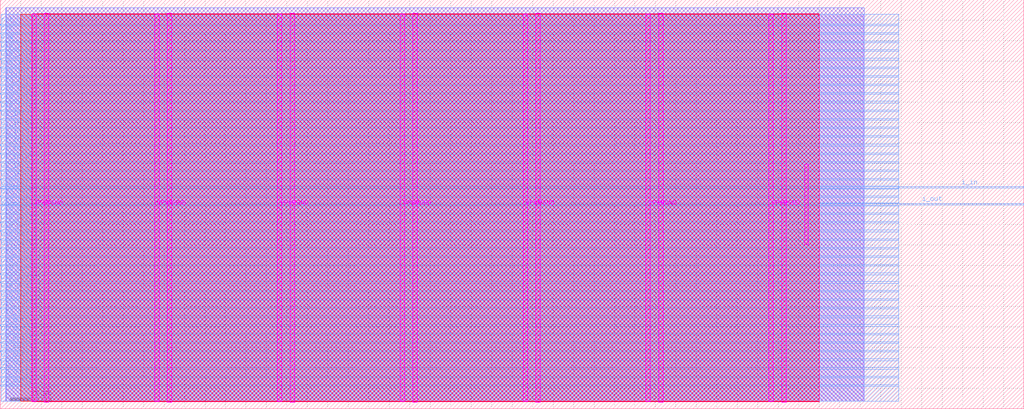
<source format=lef>
VERSION 5.7 ;
  NOWIREEXTENSIONATPIN ON ;
  DIVIDERCHAR "/" ;
  BUSBITCHARS "[]" ;
MACRO heichips25_pudding
  CLASS BLOCK ;
  FOREIGN heichips25_pudding ;
  ORIGIN 0.000 0.000 ;
  SIZE 500.000 BY 200.000 ;
  PIN VGND
    DIRECTION INOUT ;
    USE GROUND ;
    PORT
      LAYER TopMetal1 ;
        RECT 21.580 3.150 23.780 193.410 ;
    END
    PORT
      LAYER TopMetal1 ;
        RECT 81.580 3.150 83.780 193.410 ;
    END
    PORT
      LAYER TopMetal1 ;
        RECT 141.580 3.150 143.780 193.410 ;
    END
    PORT
      LAYER TopMetal1 ;
        RECT 201.580 3.150 203.780 193.410 ;
    END
    PORT
      LAYER TopMetal1 ;
        RECT 261.580 3.150 263.780 193.410 ;
    END
    PORT
      LAYER TopMetal1 ;
        RECT 321.580 3.150 323.780 193.410 ;
    END
    PORT
      LAYER TopMetal1 ;
        RECT 381.580 3.150 383.780 193.410 ;
    END
  END VGND
  PIN VPWR
    DIRECTION INOUT ;
    USE POWER ;
    PORT
      LAYER TopMetal1 ;
        RECT 15.380 3.560 17.580 193.000 ;
    END
    PORT
      LAYER TopMetal1 ;
        RECT 75.380 3.560 77.580 193.000 ;
    END
    PORT
      LAYER TopMetal1 ;
        RECT 135.380 3.560 137.580 193.000 ;
    END
    PORT
      LAYER TopMetal1 ;
        RECT 195.380 3.560 197.580 193.000 ;
    END
    PORT
      LAYER TopMetal1 ;
        RECT 255.380 3.560 257.580 193.000 ;
    END
    PORT
      LAYER TopMetal1 ;
        RECT 315.380 3.560 317.580 193.000 ;
    END
    PORT
      LAYER TopMetal1 ;
        RECT 375.380 3.560 377.580 193.000 ;
    END
  END VPWR
  PIN clk
    DIRECTION INPUT ;
    USE SIGNAL ;
    ANTENNAGATEAREA 1.450800 ;
    PORT
      LAYER Metal3 ;
        RECT 0.000 183.340 0.400 183.740 ;
    END
  END clk
  PIN ena
    DIRECTION INPUT ;
    USE SIGNAL ;
    PORT
      LAYER Metal3 ;
        RECT 0.000 179.140 0.400 179.540 ;
    END
  END ena
  PIN i_in
    DIRECTION INOUT ;
    USE SIGNAL ;
    ANTENNAGATEAREA 12081.646484 ;
    ANTENNADIFFAREA 13884.434570 ;
    PORT
      LAYER Metal3 ;
        RECT 438.885 107.930 500.000 108.630 ;
    END
  END i_in
  PIN i_out
    DIRECTION INOUT ;
    USE SIGNAL ;
    ANTENNAGATEAREA 12081.646484 ;
    ANTENNADIFFAREA 13884.434570 ;
    PORT
      LAYER Metal3 ;
        RECT 400.000 99.745 500.000 100.445 ;
    END
  END i_out
  PIN rst_n
    DIRECTION INPUT ;
    USE SIGNAL ;
    ANTENNAGATEAREA 0.180700 ;
    PORT
      LAYER Metal3 ;
        RECT 0.000 187.540 0.400 187.940 ;
    END
  END rst_n
  PIN ui_in[0]
    DIRECTION INPUT ;
    USE SIGNAL ;
    ANTENNAGATEAREA 0.180700 ;
    PORT
      LAYER Metal3 ;
        RECT 0.000 111.940 0.400 112.340 ;
    END
  END ui_in[0]
  PIN ui_in[1]
    DIRECTION INPUT ;
    USE SIGNAL ;
    ANTENNAGATEAREA 0.180700 ;
    PORT
      LAYER Metal3 ;
        RECT 0.000 116.140 0.400 116.540 ;
    END
  END ui_in[1]
  PIN ui_in[2]
    DIRECTION INPUT ;
    USE SIGNAL ;
    ANTENNAGATEAREA 0.180700 ;
    PORT
      LAYER Metal3 ;
        RECT 0.000 120.340 0.400 120.740 ;
    END
  END ui_in[2]
  PIN ui_in[3]
    DIRECTION INPUT ;
    USE SIGNAL ;
    ANTENNAGATEAREA 0.180700 ;
    PORT
      LAYER Metal3 ;
        RECT 0.000 124.540 0.400 124.940 ;
    END
  END ui_in[3]
  PIN ui_in[4]
    DIRECTION INPUT ;
    USE SIGNAL ;
    ANTENNAGATEAREA 0.180700 ;
    PORT
      LAYER Metal3 ;
        RECT 0.000 128.740 0.400 129.140 ;
    END
  END ui_in[4]
  PIN ui_in[5]
    DIRECTION INPUT ;
    USE SIGNAL ;
    PORT
      LAYER Metal3 ;
        RECT 0.000 132.940 0.400 133.340 ;
    END
  END ui_in[5]
  PIN ui_in[6]
    DIRECTION INPUT ;
    USE SIGNAL ;
    PORT
      LAYER Metal3 ;
        RECT 0.000 137.140 0.400 137.540 ;
    END
  END ui_in[6]
  PIN ui_in[7]
    DIRECTION INPUT ;
    USE SIGNAL ;
    PORT
      LAYER Metal3 ;
        RECT 0.000 141.340 0.400 141.740 ;
    END
  END ui_in[7]
  PIN uio_in[0]
    DIRECTION INPUT ;
    USE SIGNAL ;
    PORT
      LAYER Metal3 ;
        RECT 0.000 145.540 0.400 145.940 ;
    END
  END uio_in[0]
  PIN uio_in[1]
    DIRECTION INPUT ;
    USE SIGNAL ;
    PORT
      LAYER Metal3 ;
        RECT 0.000 149.740 0.400 150.140 ;
    END
  END uio_in[1]
  PIN uio_in[2]
    DIRECTION INPUT ;
    USE SIGNAL ;
    PORT
      LAYER Metal3 ;
        RECT 0.000 153.940 0.400 154.340 ;
    END
  END uio_in[2]
  PIN uio_in[3]
    DIRECTION INPUT ;
    USE SIGNAL ;
    PORT
      LAYER Metal3 ;
        RECT 0.000 158.140 0.400 158.540 ;
    END
  END uio_in[3]
  PIN uio_in[4]
    DIRECTION INPUT ;
    USE SIGNAL ;
    PORT
      LAYER Metal3 ;
        RECT 0.000 162.340 0.400 162.740 ;
    END
  END uio_in[4]
  PIN uio_in[5]
    DIRECTION INPUT ;
    USE SIGNAL ;
    PORT
      LAYER Metal3 ;
        RECT 0.000 166.540 0.400 166.940 ;
    END
  END uio_in[5]
  PIN uio_in[6]
    DIRECTION INPUT ;
    USE SIGNAL ;
    PORT
      LAYER Metal3 ;
        RECT 0.000 170.740 0.400 171.140 ;
    END
  END uio_in[6]
  PIN uio_in[7]
    DIRECTION INPUT ;
    USE SIGNAL ;
    PORT
      LAYER Metal3 ;
        RECT 0.000 174.940 0.400 175.340 ;
    END
  END uio_in[7]
  PIN uio_oe[0]
    DIRECTION OUTPUT ;
    USE SIGNAL ;
    ANTENNADIFFAREA 0.392700 ;
    PORT
      LAYER Metal3 ;
        RECT 0.000 78.340 0.400 78.740 ;
    END
  END uio_oe[0]
  PIN uio_oe[1]
    DIRECTION OUTPUT ;
    USE SIGNAL ;
    ANTENNADIFFAREA 0.392700 ;
    PORT
      LAYER Metal3 ;
        RECT 0.000 82.540 0.400 82.940 ;
    END
  END uio_oe[1]
  PIN uio_oe[2]
    DIRECTION OUTPUT ;
    USE SIGNAL ;
    ANTENNADIFFAREA 0.392700 ;
    PORT
      LAYER Metal3 ;
        RECT 0.000 86.740 0.400 87.140 ;
    END
  END uio_oe[2]
  PIN uio_oe[3]
    DIRECTION OUTPUT ;
    USE SIGNAL ;
    ANTENNADIFFAREA 0.392700 ;
    PORT
      LAYER Metal3 ;
        RECT 0.000 90.940 0.400 91.340 ;
    END
  END uio_oe[3]
  PIN uio_oe[4]
    DIRECTION OUTPUT ;
    USE SIGNAL ;
    ANTENNADIFFAREA 0.392700 ;
    PORT
      LAYER Metal3 ;
        RECT 0.000 95.140 0.400 95.540 ;
    END
  END uio_oe[4]
  PIN uio_oe[5]
    DIRECTION OUTPUT ;
    USE SIGNAL ;
    ANTENNADIFFAREA 0.392700 ;
    PORT
      LAYER Metal3 ;
        RECT 0.000 99.340 0.400 99.740 ;
    END
  END uio_oe[5]
  PIN uio_oe[6]
    DIRECTION OUTPUT ;
    USE SIGNAL ;
    ANTENNADIFFAREA 0.392700 ;
    PORT
      LAYER Metal3 ;
        RECT 0.000 103.540 0.400 103.940 ;
    END
  END uio_oe[6]
  PIN uio_oe[7]
    DIRECTION OUTPUT ;
    USE SIGNAL ;
    ANTENNADIFFAREA 0.392700 ;
    PORT
      LAYER Metal3 ;
        RECT 0.000 107.740 0.400 108.140 ;
    END
  END uio_oe[7]
  PIN uio_out[0]
    DIRECTION OUTPUT ;
    USE SIGNAL ;
    ANTENNADIFFAREA 0.708600 ;
    PORT
      LAYER Metal3 ;
        RECT 0.000 44.740 0.400 45.140 ;
    END
  END uio_out[0]
  PIN uio_out[1]
    DIRECTION OUTPUT ;
    USE SIGNAL ;
    ANTENNADIFFAREA 0.708600 ;
    PORT
      LAYER Metal3 ;
        RECT 0.000 48.940 0.400 49.340 ;
    END
  END uio_out[1]
  PIN uio_out[2]
    DIRECTION OUTPUT ;
    USE SIGNAL ;
    ANTENNADIFFAREA 0.708600 ;
    PORT
      LAYER Metal3 ;
        RECT 0.000 53.140 0.400 53.540 ;
    END
  END uio_out[2]
  PIN uio_out[3]
    DIRECTION OUTPUT ;
    USE SIGNAL ;
    ANTENNADIFFAREA 0.708600 ;
    PORT
      LAYER Metal3 ;
        RECT 0.000 57.340 0.400 57.740 ;
    END
  END uio_out[3]
  PIN uio_out[4]
    DIRECTION OUTPUT ;
    USE SIGNAL ;
    ANTENNADIFFAREA 0.708600 ;
    PORT
      LAYER Metal3 ;
        RECT 0.000 61.540 0.400 61.940 ;
    END
  END uio_out[4]
  PIN uio_out[5]
    DIRECTION OUTPUT ;
    USE SIGNAL ;
    ANTENNADIFFAREA 0.708600 ;
    PORT
      LAYER Metal3 ;
        RECT 0.000 65.740 0.400 66.140 ;
    END
  END uio_out[5]
  PIN uio_out[6]
    DIRECTION OUTPUT ;
    USE SIGNAL ;
    ANTENNADIFFAREA 0.708600 ;
    PORT
      LAYER Metal3 ;
        RECT 0.000 69.940 0.400 70.340 ;
    END
  END uio_out[6]
  PIN uio_out[7]
    DIRECTION OUTPUT ;
    USE SIGNAL ;
    ANTENNADIFFAREA 0.708600 ;
    PORT
      LAYER Metal3 ;
        RECT 0.000 74.140 0.400 74.540 ;
    END
  END uio_out[7]
  PIN uo_out[0]
    DIRECTION OUTPUT ;
    USE SIGNAL ;
    ANTENNADIFFAREA 0.708600 ;
    PORT
      LAYER Metal3 ;
        RECT 0.000 11.140 0.400 11.540 ;
    END
  END uo_out[0]
  PIN uo_out[1]
    DIRECTION OUTPUT ;
    USE SIGNAL ;
    ANTENNADIFFAREA 0.708600 ;
    PORT
      LAYER Metal3 ;
        RECT 0.000 15.340 0.400 15.740 ;
    END
  END uo_out[1]
  PIN uo_out[2]
    DIRECTION OUTPUT ;
    USE SIGNAL ;
    ANTENNADIFFAREA 0.708600 ;
    PORT
      LAYER Metal3 ;
        RECT 0.000 19.540 0.400 19.940 ;
    END
  END uo_out[2]
  PIN uo_out[3]
    DIRECTION OUTPUT ;
    USE SIGNAL ;
    ANTENNADIFFAREA 0.708600 ;
    PORT
      LAYER Metal3 ;
        RECT 0.000 23.740 0.400 24.140 ;
    END
  END uo_out[3]
  PIN uo_out[4]
    DIRECTION OUTPUT ;
    USE SIGNAL ;
    ANTENNADIFFAREA 0.708600 ;
    PORT
      LAYER Metal3 ;
        RECT 0.000 27.940 0.400 28.340 ;
    END
  END uo_out[4]
  PIN uo_out[5]
    DIRECTION OUTPUT ;
    USE SIGNAL ;
    ANTENNADIFFAREA 0.708600 ;
    PORT
      LAYER Metal3 ;
        RECT 0.000 32.140 0.400 32.540 ;
    END
  END uo_out[5]
  PIN uo_out[6]
    DIRECTION OUTPUT ;
    USE SIGNAL ;
    ANTENNADIFFAREA 0.708600 ;
    PORT
      LAYER Metal3 ;
        RECT 0.000 36.340 0.400 36.740 ;
    END
  END uo_out[6]
  PIN uo_out[7]
    DIRECTION OUTPUT ;
    USE SIGNAL ;
    ANTENNADIFFAREA 0.708600 ;
    PORT
      LAYER Metal3 ;
        RECT 0.000 40.540 0.400 40.940 ;
    END
  END uo_out[7]
  OBS
      LAYER GatPoly ;
        RECT 2.880 3.630 421.405 192.930 ;
      LAYER Metal1 ;
        RECT 2.880 3.560 421.945 196.060 ;
      LAYER Metal2 ;
        RECT 2.775 3.635 421.945 196.060 ;
      LAYER Metal3 ;
        RECT 0.400 188.150 438.885 192.880 ;
        RECT 0.610 187.330 438.885 188.150 ;
        RECT 0.400 183.950 438.885 187.330 ;
        RECT 0.610 183.130 438.885 183.950 ;
        RECT 0.400 179.750 438.885 183.130 ;
        RECT 0.610 178.930 438.885 179.750 ;
        RECT 0.400 175.550 438.885 178.930 ;
        RECT 0.610 174.730 438.885 175.550 ;
        RECT 0.400 171.350 438.885 174.730 ;
        RECT 0.610 170.530 438.885 171.350 ;
        RECT 0.400 167.150 438.885 170.530 ;
        RECT 0.610 166.330 438.885 167.150 ;
        RECT 0.400 162.950 438.885 166.330 ;
        RECT 0.610 162.130 438.885 162.950 ;
        RECT 0.400 158.750 438.885 162.130 ;
        RECT 0.610 157.930 438.885 158.750 ;
        RECT 0.400 154.550 438.885 157.930 ;
        RECT 0.610 153.730 438.885 154.550 ;
        RECT 0.400 150.350 438.885 153.730 ;
        RECT 0.610 149.530 438.885 150.350 ;
        RECT 0.400 146.150 438.885 149.530 ;
        RECT 0.610 145.330 438.885 146.150 ;
        RECT 0.400 141.950 438.885 145.330 ;
        RECT 0.610 141.130 438.885 141.950 ;
        RECT 0.400 137.750 438.885 141.130 ;
        RECT 0.610 136.930 438.885 137.750 ;
        RECT 0.400 133.550 438.885 136.930 ;
        RECT 0.610 132.730 438.885 133.550 ;
        RECT 0.400 129.350 438.885 132.730 ;
        RECT 0.610 128.530 438.885 129.350 ;
        RECT 0.400 125.150 438.885 128.530 ;
        RECT 0.610 124.330 438.885 125.150 ;
        RECT 0.400 120.950 438.885 124.330 ;
        RECT 0.610 120.130 438.885 120.950 ;
        RECT 0.400 116.750 438.885 120.130 ;
        RECT 0.610 115.930 438.885 116.750 ;
        RECT 0.400 112.550 438.885 115.930 ;
        RECT 0.610 111.730 438.885 112.550 ;
        RECT 0.400 108.840 438.885 111.730 ;
        RECT 0.400 108.350 438.675 108.840 ;
        RECT 0.610 107.720 438.675 108.350 ;
        RECT 0.610 107.530 438.885 107.720 ;
        RECT 0.400 104.150 438.885 107.530 ;
        RECT 0.610 103.330 438.885 104.150 ;
        RECT 0.400 100.655 438.885 103.330 ;
        RECT 0.400 99.950 399.790 100.655 ;
        RECT 0.610 99.535 399.790 99.950 ;
        RECT 0.610 99.130 438.885 99.535 ;
        RECT 0.400 95.750 438.885 99.130 ;
        RECT 0.610 94.930 438.885 95.750 ;
        RECT 0.400 91.550 438.885 94.930 ;
        RECT 0.610 90.730 438.885 91.550 ;
        RECT 0.400 87.350 438.885 90.730 ;
        RECT 0.610 86.530 438.885 87.350 ;
        RECT 0.400 83.150 438.885 86.530 ;
        RECT 0.610 82.330 438.885 83.150 ;
        RECT 0.400 78.950 438.885 82.330 ;
        RECT 0.610 78.130 438.885 78.950 ;
        RECT 0.400 74.750 438.885 78.130 ;
        RECT 0.610 73.930 438.885 74.750 ;
        RECT 0.400 70.550 438.885 73.930 ;
        RECT 0.610 69.730 438.885 70.550 ;
        RECT 0.400 66.350 438.885 69.730 ;
        RECT 0.610 65.530 438.885 66.350 ;
        RECT 0.400 62.150 438.885 65.530 ;
        RECT 0.610 61.330 438.885 62.150 ;
        RECT 0.400 57.950 438.885 61.330 ;
        RECT 0.610 57.130 438.885 57.950 ;
        RECT 0.400 53.750 438.885 57.130 ;
        RECT 0.610 52.930 438.885 53.750 ;
        RECT 0.400 49.550 438.885 52.930 ;
        RECT 0.610 48.730 438.885 49.550 ;
        RECT 0.400 45.350 438.885 48.730 ;
        RECT 0.610 44.530 438.885 45.350 ;
        RECT 0.400 41.150 438.885 44.530 ;
        RECT 0.610 40.330 438.885 41.150 ;
        RECT 0.400 36.950 438.885 40.330 ;
        RECT 0.610 36.130 438.885 36.950 ;
        RECT 0.400 32.750 438.885 36.130 ;
        RECT 0.610 31.930 438.885 32.750 ;
        RECT 0.400 28.550 438.885 31.930 ;
        RECT 0.610 27.730 438.885 28.550 ;
        RECT 0.400 24.350 438.885 27.730 ;
        RECT 0.610 23.530 438.885 24.350 ;
        RECT 0.400 20.150 438.885 23.530 ;
        RECT 0.610 19.330 438.885 20.150 ;
        RECT 0.400 15.950 438.885 19.330 ;
        RECT 0.610 15.130 438.885 15.950 ;
        RECT 0.400 11.750 438.885 15.130 ;
        RECT 0.610 10.930 438.885 11.750 ;
        RECT 0.400 3.680 438.885 10.930 ;
      LAYER Metal4 ;
        RECT 9.980 3.635 400.000 192.925 ;
      LAYER Metal5 ;
        RECT 15.515 3.470 400.000 193.090 ;
      LAYER TopMetal1 ;
        RECT 392.980 80.240 394.620 119.680 ;
  END
END heichips25_pudding
END LIBRARY


</source>
